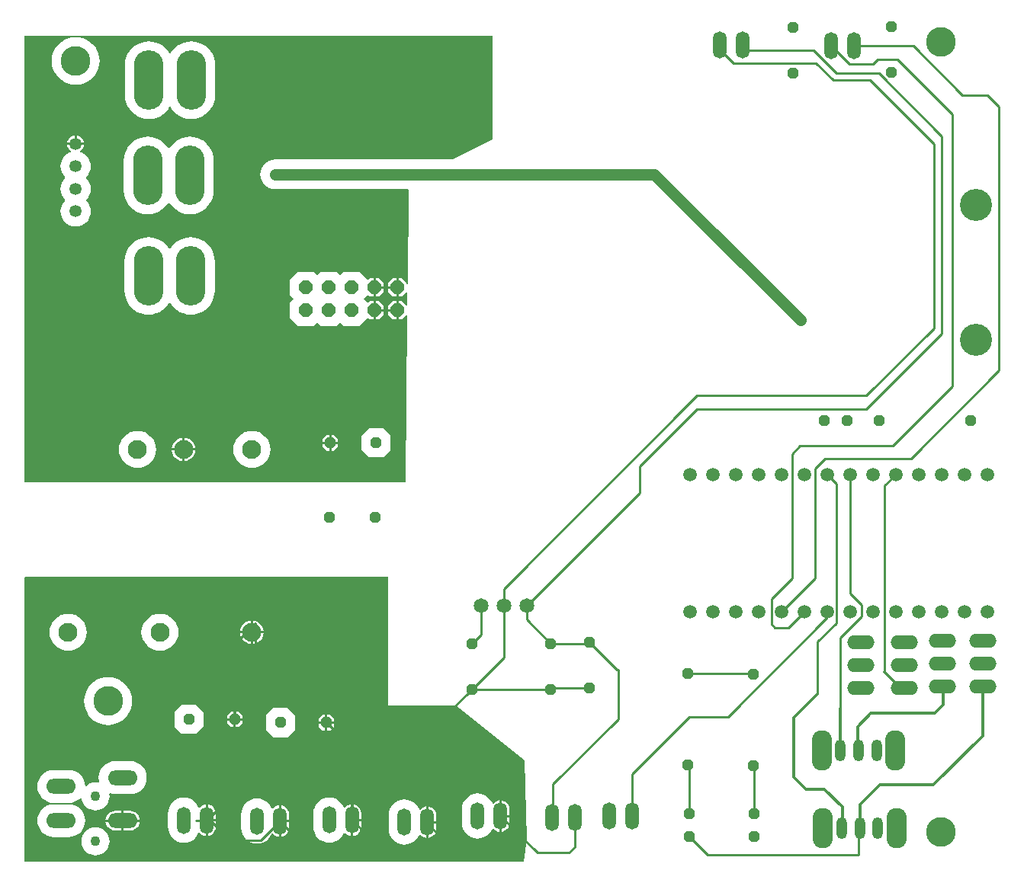
<source format=gbl>
G04 Layer_Physical_Order=2*
G04 Layer_Color=16711680*
%FSLAX25Y25*%
%MOIN*%
G70*
G01*
G75*
%ADD13C,0.01000*%
%ADD14C,0.05000*%
%ADD15C,0.01200*%
%ADD16C,0.06500*%
%ADD17O,0.05905X0.11811*%
%ADD18P,0.05196X8X292.5*%
%ADD19C,0.14000*%
%ADD20C,0.05905*%
%ADD21P,0.05196X8X22.5*%
%ADD22C,0.08268*%
%ADD23C,0.04331*%
%ADD24O,0.12993X0.06497*%
%ADD25O,0.12992X0.25983*%
%ADD26C,0.05315*%
%ADD27O,0.08859X0.17718*%
%ADD28O,0.04725X0.09450*%
%ADD29P,0.06494X8X22.5*%
%ADD30O,0.12000X0.06000*%
%ADD31C,0.12992*%
%ADD32C,0.03762*%
G36*
X308633Y611981D02*
X291255Y603289D01*
X213545D01*
X212283Y603165D01*
X211070Y602797D01*
X209951Y602199D01*
X208971Y601395D01*
X208167Y600415D01*
X207569Y599296D01*
X207201Y598083D01*
X207077Y596821D01*
X207201Y595559D01*
X207569Y594346D01*
X208167Y593227D01*
X208971Y592247D01*
X209951Y591443D01*
X211070Y590845D01*
X212283Y590477D01*
X213545Y590353D01*
X271499D01*
X271851Y589998D01*
X271480Y548829D01*
X270980Y548831D01*
Y549294D01*
X268980Y551294D01*
X267480D01*
Y547294D01*
Y543294D01*
X268980D01*
X270948Y545262D01*
X271447Y545215D01*
X271396Y539497D01*
X270895Y539379D01*
X268980Y541294D01*
X267480D01*
Y537294D01*
Y533294D01*
X268980D01*
X270857Y535171D01*
X271355Y534993D01*
X270698Y462000D01*
X103971D01*
Y657439D01*
X308633D01*
Y611981D01*
D02*
G37*
G36*
X263000Y420703D02*
X263000Y364386D01*
X292591D01*
X322529Y340497D01*
X323633Y306170D01*
X322382Y295971D01*
X103971D01*
Y420417D01*
X104325Y420770D01*
X263000Y420703D01*
D02*
G37*
%LPC*%
G36*
X266480Y546794D02*
X262980D01*
Y545294D01*
X264980Y543294D01*
X266480D01*
Y546794D01*
D02*
G37*
G36*
X260980D02*
X257480D01*
Y543294D01*
X258980D01*
X260980Y545294D01*
Y546794D01*
D02*
G37*
G36*
X266480Y551294D02*
X264980D01*
X262980Y549294D01*
Y547794D01*
X266480D01*
Y551294D01*
D02*
G37*
G36*
X258980D02*
X257480D01*
Y547794D01*
X260980D01*
Y549294D01*
X258980Y551294D01*
D02*
G37*
G36*
X266480Y536794D02*
X262980D01*
Y535294D01*
X264980Y533294D01*
X266480D01*
Y536794D01*
D02*
G37*
G36*
X260980D02*
X257480D01*
Y533294D01*
X258980D01*
X260980Y535294D01*
Y536794D01*
D02*
G37*
G36*
X266480Y541294D02*
X264980D01*
X262980Y539294D01*
Y537794D01*
X266480D01*
Y541294D01*
D02*
G37*
G36*
X258980D02*
X257480D01*
Y537794D01*
X260980D01*
Y539294D01*
X258980Y541294D01*
D02*
G37*
G36*
X126840Y613761D02*
Y610638D01*
X129963D01*
X129903Y611093D01*
X129535Y611982D01*
X128948Y612746D01*
X128184Y613333D01*
X127295Y613701D01*
X126840Y613761D01*
D02*
G37*
G36*
X125840D02*
X125385Y613701D01*
X124496Y613333D01*
X123732Y612746D01*
X123145Y611982D01*
X122777Y611093D01*
X122717Y610638D01*
X125840D01*
Y613761D01*
D02*
G37*
G36*
X176893Y655008D02*
X175256Y654879D01*
X173659Y654496D01*
X172142Y653867D01*
X170742Y653009D01*
X169493Y651943D01*
X168427Y650694D01*
X167891Y649820D01*
X167391D01*
X166855Y650694D01*
X165789Y651943D01*
X164540Y653009D01*
X163140Y653867D01*
X161623Y654496D01*
X160026Y654879D01*
X158389Y655008D01*
X156752Y654879D01*
X155155Y654496D01*
X153638Y653867D01*
X152238Y653009D01*
X150989Y651943D01*
X149923Y650694D01*
X149065Y649294D01*
X148436Y647777D01*
X148053Y646180D01*
X147924Y644543D01*
Y631551D01*
X148053Y629914D01*
X148436Y628317D01*
X149065Y626800D01*
X149923Y625400D01*
X150989Y624151D01*
X152238Y623085D01*
X153638Y622227D01*
X155155Y621598D01*
X156752Y621215D01*
X158389Y621086D01*
X160026Y621215D01*
X161623Y621598D01*
X163140Y622227D01*
X164540Y623085D01*
X165789Y624151D01*
X166855Y625400D01*
X167391Y626274D01*
X167891D01*
X168427Y625400D01*
X169493Y624151D01*
X170742Y623085D01*
X172142Y622227D01*
X173659Y621598D01*
X175256Y621215D01*
X176893Y621086D01*
X178530Y621215D01*
X180127Y621598D01*
X181644Y622227D01*
X183044Y623085D01*
X184293Y624151D01*
X185359Y625400D01*
X186217Y626800D01*
X186846Y628317D01*
X187229Y629914D01*
X187358Y631551D01*
Y644543D01*
X187229Y646180D01*
X186846Y647777D01*
X186217Y649294D01*
X185359Y650694D01*
X184293Y651943D01*
X183044Y653009D01*
X181644Y653867D01*
X180127Y654496D01*
X178530Y654879D01*
X176893Y655008D01*
D02*
G37*
G36*
X126381Y656918D02*
X124744Y656789D01*
X123147Y656406D01*
X121630Y655778D01*
X120230Y654920D01*
X118981Y653853D01*
X117914Y652604D01*
X117056Y651204D01*
X116428Y649687D01*
X116045Y648090D01*
X115916Y646453D01*
X116045Y644816D01*
X116428Y643219D01*
X117056Y641702D01*
X117914Y640302D01*
X118981Y639053D01*
X120230Y637986D01*
X121630Y637128D01*
X123147Y636500D01*
X124744Y636117D01*
X126381Y635988D01*
X128018Y636117D01*
X129615Y636500D01*
X131132Y637128D01*
X132532Y637986D01*
X133781Y639053D01*
X134848Y640302D01*
X135706Y641702D01*
X136334Y643219D01*
X136717Y644816D01*
X136846Y646453D01*
X136717Y648090D01*
X136334Y649687D01*
X135706Y651204D01*
X134848Y652604D01*
X133781Y653853D01*
X132532Y654920D01*
X131132Y655778D01*
X129615Y656406D01*
X128018Y656789D01*
X126381Y656918D01*
D02*
G37*
G36*
X176717Y569375D02*
X175080Y569246D01*
X173483Y568863D01*
X171966Y568234D01*
X170566Y567376D01*
X169317Y566310D01*
X168251Y565061D01*
X167715Y564187D01*
X167215D01*
X166679Y565061D01*
X165613Y566310D01*
X164364Y567376D01*
X162964Y568234D01*
X161447Y568863D01*
X159850Y569246D01*
X158213Y569375D01*
X156576Y569246D01*
X154979Y568863D01*
X153462Y568234D01*
X152062Y567376D01*
X150813Y566310D01*
X149747Y565061D01*
X148889Y563661D01*
X148260Y562144D01*
X147877Y560547D01*
X147748Y558910D01*
Y545918D01*
X147877Y544281D01*
X148260Y542684D01*
X148889Y541167D01*
X149747Y539767D01*
X150813Y538518D01*
X152062Y537452D01*
X153462Y536594D01*
X154979Y535965D01*
X156576Y535582D01*
X158213Y535453D01*
X159850Y535582D01*
X161447Y535965D01*
X162964Y536594D01*
X164364Y537452D01*
X165613Y538518D01*
X166679Y539767D01*
X167215Y540641D01*
X167715D01*
X168251Y539767D01*
X169317Y538518D01*
X170566Y537452D01*
X171966Y536594D01*
X173483Y535965D01*
X175080Y535582D01*
X176717Y535453D01*
X178354Y535582D01*
X179951Y535965D01*
X181468Y536594D01*
X182868Y537452D01*
X184117Y538518D01*
X185183Y539767D01*
X186041Y541167D01*
X186670Y542684D01*
X187053Y544281D01*
X187182Y545918D01*
Y558910D01*
X187053Y560547D01*
X186670Y562144D01*
X186041Y563661D01*
X185183Y565061D01*
X184117Y566310D01*
X182868Y567376D01*
X181468Y568234D01*
X179951Y568863D01*
X178354Y569246D01*
X176717Y569375D01*
D02*
G37*
G36*
X250448Y554231D02*
X243512D01*
X241980Y552700D01*
X240448Y554231D01*
X233511D01*
X231980Y552700D01*
X230449Y554231D01*
X223512D01*
X220043Y550763D01*
Y543825D01*
X221574Y542294D01*
X220043Y540763D01*
Y533825D01*
X223512Y530357D01*
X230449D01*
X231980Y531888D01*
X233511Y530357D01*
X240448D01*
X241980Y531888D01*
X243512Y530357D01*
X250448D01*
X253829Y533738D01*
X254395Y533879D01*
X254980Y533294D01*
X256480D01*
Y537294D01*
Y541294D01*
X254980D01*
X254395Y540709D01*
X253829Y540850D01*
X252385Y542294D01*
X253829Y543738D01*
X254395Y543879D01*
X254980Y543294D01*
X256480D01*
Y547294D01*
Y551294D01*
X254980D01*
X254395Y550709D01*
X253829Y550850D01*
X250448Y554231D01*
D02*
G37*
G36*
X176339Y613273D02*
X174702Y613144D01*
X173105Y612761D01*
X171588Y612132D01*
X170188Y611274D01*
X168939Y610208D01*
X167873Y608959D01*
X167337Y608085D01*
X166837D01*
X166301Y608959D01*
X165235Y610208D01*
X163986Y611274D01*
X162586Y612132D01*
X161069Y612761D01*
X159472Y613144D01*
X157835Y613273D01*
X156198Y613144D01*
X154601Y612761D01*
X153084Y612132D01*
X151684Y611274D01*
X150435Y610208D01*
X149369Y608959D01*
X148511Y607559D01*
X147882Y606042D01*
X147499Y604445D01*
X147370Y602808D01*
Y589816D01*
X147499Y588179D01*
X147882Y586582D01*
X148511Y585065D01*
X149369Y583665D01*
X150435Y582416D01*
X151684Y581350D01*
X153084Y580492D01*
X154601Y579863D01*
X156198Y579480D01*
X157835Y579351D01*
X159472Y579480D01*
X161069Y579863D01*
X162586Y580492D01*
X163986Y581350D01*
X165235Y582416D01*
X166301Y583665D01*
X166837Y584539D01*
X167337D01*
X167873Y583665D01*
X168939Y582416D01*
X170188Y581350D01*
X171588Y580492D01*
X173105Y579863D01*
X174702Y579480D01*
X176339Y579351D01*
X177976Y579480D01*
X179573Y579863D01*
X181090Y580492D01*
X182490Y581350D01*
X183739Y582416D01*
X184805Y583665D01*
X185663Y585065D01*
X186292Y586582D01*
X186675Y588179D01*
X186804Y589816D01*
Y602808D01*
X186675Y604445D01*
X186292Y606042D01*
X185663Y607559D01*
X184805Y608959D01*
X183739Y610208D01*
X182490Y611274D01*
X181090Y612132D01*
X179573Y612761D01*
X177976Y613144D01*
X176339Y613273D01*
D02*
G37*
G36*
X129963Y609638D02*
X126340D01*
X122717D01*
X122777Y609183D01*
X123145Y608294D01*
X123732Y607530D01*
X124304Y607091D01*
X124213Y606541D01*
X123804Y606417D01*
X122659Y605804D01*
X121655Y604980D01*
X120831Y603976D01*
X120218Y602831D01*
X119841Y601588D01*
X119714Y600295D01*
X119841Y599002D01*
X120218Y597759D01*
X120831Y596614D01*
X121569Y595715D01*
X121619Y595374D01*
X121569Y595033D01*
X120831Y594134D01*
X120218Y592989D01*
X119841Y591746D01*
X119714Y590453D01*
X119841Y589160D01*
X120218Y587917D01*
X120831Y586772D01*
X121569Y585872D01*
X121619Y585532D01*
X121569Y585191D01*
X120831Y584291D01*
X120218Y583146D01*
X119841Y581903D01*
X119714Y580610D01*
X119841Y579317D01*
X120218Y578074D01*
X120831Y576929D01*
X121655Y575925D01*
X122659Y575101D01*
X123804Y574488D01*
X125047Y574111D01*
X126340Y573984D01*
X127633Y574111D01*
X128876Y574488D01*
X130021Y575101D01*
X131025Y575925D01*
X131850Y576929D01*
X132462Y578074D01*
X132839Y579317D01*
X132966Y580610D01*
X132839Y581903D01*
X132462Y583146D01*
X131850Y584291D01*
X131111Y585191D01*
X131061Y585532D01*
X131111Y585872D01*
X131850Y586772D01*
X132462Y587917D01*
X132839Y589160D01*
X132966Y590453D01*
X132839Y591746D01*
X132462Y592989D01*
X131850Y594134D01*
X131112Y595033D01*
X131061Y595374D01*
X131112Y595715D01*
X131850Y596614D01*
X132462Y597759D01*
X132839Y599002D01*
X132966Y600295D01*
X132839Y601588D01*
X132462Y602831D01*
X131850Y603976D01*
X131025Y604980D01*
X130021Y605804D01*
X128876Y606417D01*
X128467Y606541D01*
X128376Y607091D01*
X128948Y607530D01*
X129535Y608294D01*
X129903Y609183D01*
X129963Y609638D01*
D02*
G37*
G36*
X239343Y482701D02*
X238143D01*
Y479801D01*
X241043D01*
Y481001D01*
X239343Y482701D01*
D02*
G37*
G36*
X203398Y484575D02*
X201816Y484419D01*
X200294Y483958D01*
X198892Y483208D01*
X197663Y482200D01*
X196655Y480971D01*
X195905Y479569D01*
X195444Y478047D01*
X195288Y476465D01*
X195444Y474883D01*
X195905Y473361D01*
X196655Y471959D01*
X197663Y470730D01*
X198892Y469722D01*
X200294Y468972D01*
X201816Y468511D01*
X203398Y468355D01*
X204980Y468511D01*
X206502Y468972D01*
X207904Y469722D01*
X209133Y470730D01*
X210141Y471959D01*
X210891Y473361D01*
X211352Y474883D01*
X211508Y476465D01*
X211352Y478047D01*
X210891Y479569D01*
X210141Y480971D01*
X209133Y482200D01*
X207904Y483208D01*
X206502Y483958D01*
X204980Y484419D01*
X203398Y484575D01*
D02*
G37*
G36*
X153398D02*
X151816Y484419D01*
X150294Y483958D01*
X148892Y483208D01*
X147663Y482200D01*
X146655Y480971D01*
X145905Y479569D01*
X145444Y478047D01*
X145288Y476465D01*
X145444Y474883D01*
X145905Y473361D01*
X146655Y471959D01*
X147663Y470730D01*
X148892Y469722D01*
X150294Y468972D01*
X151816Y468511D01*
X153398Y468355D01*
X154980Y468511D01*
X156502Y468972D01*
X157904Y469722D01*
X159133Y470730D01*
X160141Y471959D01*
X160891Y473361D01*
X161352Y474883D01*
X161508Y476465D01*
X161352Y478047D01*
X160891Y479569D01*
X160141Y480971D01*
X159133Y482200D01*
X157904Y483208D01*
X156502Y483958D01*
X154980Y484419D01*
X153398Y484575D01*
D02*
G37*
G36*
X172977Y481577D02*
X172137Y481467D01*
X170888Y480949D01*
X169815Y480127D01*
X168992Y479054D01*
X168475Y477805D01*
X168365Y476965D01*
X172977D01*
Y481577D01*
D02*
G37*
G36*
X241043Y478801D02*
X238143D01*
Y475901D01*
X239343D01*
X241043Y477601D01*
Y478801D01*
D02*
G37*
G36*
X237143Y482701D02*
X235943D01*
X234243Y481001D01*
Y479801D01*
X237143D01*
Y482701D01*
D02*
G37*
G36*
X173977Y481577D02*
Y476965D01*
X178589D01*
X178479Y477805D01*
X177962Y479054D01*
X177139Y480127D01*
X176066Y480949D01*
X174817Y481467D01*
X173977Y481577D01*
D02*
G37*
G36*
X178589Y475965D02*
X173977D01*
Y471352D01*
X174817Y471463D01*
X176066Y471980D01*
X177139Y472803D01*
X177962Y473876D01*
X178479Y475125D01*
X178589Y475965D01*
D02*
G37*
G36*
X172977D02*
X168365D01*
X168475Y475125D01*
X168992Y473876D01*
X169815Y472803D01*
X170888Y471980D01*
X172137Y471463D01*
X172977Y471352D01*
Y475965D01*
D02*
G37*
G36*
X237143Y478801D02*
X234243D01*
Y477601D01*
X235943Y475901D01*
X237143D01*
Y478801D01*
D02*
G37*
G36*
X260811Y485638D02*
X254474D01*
X251306Y482470D01*
Y476132D01*
X254474Y472964D01*
X260811D01*
X263980Y476132D01*
Y482470D01*
X260811Y485638D01*
D02*
G37*
G36*
X150141Y340147D02*
X143645D01*
X142236Y340008D01*
X140882Y339597D01*
X139634Y338930D01*
X138539Y338032D01*
X137642Y336938D01*
X136974Y335690D01*
X136563Y334336D01*
X136425Y332927D01*
X136563Y331518D01*
X136720Y331001D01*
X136367Y330647D01*
X136278Y330674D01*
X135082Y330792D01*
X133886Y330674D01*
X132735Y330325D01*
X131675Y329759D01*
X131065Y329258D01*
X130542Y329475D01*
X130450Y330399D01*
X130040Y331753D01*
X129373Y333001D01*
X128475Y334095D01*
X127381Y334993D01*
X126132Y335660D01*
X124778Y336071D01*
X123369Y336210D01*
X116873D01*
X115464Y336071D01*
X114110Y335660D01*
X112862Y334993D01*
X111767Y334095D01*
X110870Y333001D01*
X110202Y331753D01*
X109792Y330399D01*
X109653Y328990D01*
X109792Y327581D01*
X110202Y326227D01*
X110870Y324979D01*
X111767Y323885D01*
X112862Y322987D01*
X114110Y322320D01*
X115464Y321909D01*
X116873Y321770D01*
X123369D01*
X124778Y321909D01*
X126132Y322320D01*
X127381Y322987D01*
X128475Y323885D01*
X128553Y323980D01*
X129031Y323835D01*
X129068Y323464D01*
X129417Y322313D01*
X129983Y321253D01*
X130746Y320324D01*
X131675Y319561D01*
X132735Y318995D01*
X133886Y318646D01*
X135082Y318528D01*
X136278Y318646D01*
X137429Y318995D01*
X138489Y319561D01*
X139418Y320324D01*
X140181Y321253D01*
X140747Y322313D01*
X141096Y323464D01*
X141214Y324660D01*
X141115Y325663D01*
X141507Y326067D01*
X142236Y325846D01*
X143645Y325707D01*
X150141D01*
X151550Y325846D01*
X152904Y326257D01*
X154153Y326924D01*
X155247Y327822D01*
X156144Y328916D01*
X156812Y330164D01*
X157223Y331518D01*
X157361Y332927D01*
X157223Y334336D01*
X156812Y335690D01*
X156144Y336938D01*
X155247Y338032D01*
X154153Y338930D01*
X152904Y339597D01*
X151550Y340008D01*
X150141Y340147D01*
D02*
G37*
G36*
X219089Y363269D02*
X212752D01*
X209583Y360101D01*
Y353764D01*
X212752Y350595D01*
X219089D01*
X222257Y353764D01*
Y360101D01*
X219089Y363269D01*
D02*
G37*
G36*
X179045Y364727D02*
X172708D01*
X169540Y361559D01*
Y355222D01*
X172708Y352053D01*
X179045D01*
X182214Y355222D01*
Y361559D01*
X179045Y364727D01*
D02*
G37*
G36*
X312580Y322942D02*
Y316568D01*
X316067D01*
Y319021D01*
X315931Y320053D01*
X315533Y321014D01*
X314899Y321840D01*
X314073Y322474D01*
X313112Y322872D01*
X312580Y322942D01*
D02*
G37*
G36*
X150141Y318315D02*
X147393D01*
Y314530D01*
X154360D01*
X154280Y315139D01*
X153852Y316173D01*
X153171Y317060D01*
X152284Y317741D01*
X151250Y318169D01*
X150141Y318315D01*
D02*
G37*
G36*
X146393D02*
X143645D01*
X142536Y318169D01*
X141502Y317741D01*
X140615Y317060D01*
X139934Y316173D01*
X139506Y315139D01*
X139426Y314530D01*
X146393D01*
Y318315D01*
D02*
G37*
G36*
X247703Y321179D02*
Y314805D01*
X251190D01*
Y317258D01*
X251054Y318290D01*
X250656Y319251D01*
X250022Y320077D01*
X249196Y320710D01*
X248235Y321109D01*
X247703Y321179D01*
D02*
G37*
G36*
X184174Y321134D02*
Y314760D01*
X187661D01*
Y317213D01*
X187525Y318245D01*
X187127Y319206D01*
X186493Y320032D01*
X185667Y320666D01*
X184706Y321064D01*
X184174Y321134D01*
D02*
G37*
G36*
X235420Y360332D02*
X234220D01*
X232520Y358632D01*
Y357432D01*
X235420D01*
Y360332D01*
D02*
G37*
G36*
X140520Y376824D02*
X138883Y376695D01*
X137286Y376312D01*
X135769Y375684D01*
X134369Y374826D01*
X133120Y373759D01*
X132053Y372510D01*
X131195Y371110D01*
X130567Y369593D01*
X130184Y367996D01*
X130055Y366359D01*
X130184Y364722D01*
X130567Y363125D01*
X131195Y361608D01*
X132053Y360208D01*
X133120Y358959D01*
X134369Y357892D01*
X135769Y357034D01*
X137286Y356406D01*
X138883Y356023D01*
X140520Y355894D01*
X142157Y356023D01*
X143754Y356406D01*
X145271Y357034D01*
X146671Y357892D01*
X147920Y358959D01*
X148987Y360208D01*
X149845Y361608D01*
X150473Y363125D01*
X150856Y364722D01*
X150985Y366359D01*
X150856Y367996D01*
X150473Y369593D01*
X149845Y371110D01*
X148987Y372510D01*
X147920Y373759D01*
X146671Y374826D01*
X145271Y375684D01*
X143754Y376312D01*
X142157Y376695D01*
X140520Y376824D01*
D02*
G37*
G36*
X195377Y361790D02*
X194177D01*
X192477Y360090D01*
Y358890D01*
X195377D01*
Y361790D01*
D02*
G37*
G36*
X237620Y360332D02*
X236420D01*
Y357432D01*
X239320D01*
Y358632D01*
X237620Y360332D01*
D02*
G37*
G36*
X239320Y356432D02*
X236420D01*
Y353532D01*
X237620D01*
X239320Y355232D01*
Y356432D01*
D02*
G37*
G36*
X235420D02*
X232520D01*
Y355232D01*
X234220Y353532D01*
X235420D01*
Y356432D01*
D02*
G37*
G36*
X199277Y357890D02*
X196377D01*
Y354990D01*
X197577D01*
X199277Y356690D01*
Y357890D01*
D02*
G37*
G36*
X195377D02*
X192477D01*
Y356690D01*
X194177Y354990D01*
X195377D01*
Y357890D01*
D02*
G37*
G36*
X219638Y313361D02*
X216151D01*
Y306987D01*
X216683Y307057D01*
X217644Y307455D01*
X218470Y308089D01*
X219104Y308915D01*
X219502Y309876D01*
X219638Y310908D01*
Y313361D01*
D02*
G37*
G36*
X205651Y323737D02*
X204300Y323604D01*
X203002Y323210D01*
X201805Y322570D01*
X200756Y321709D01*
X199895Y320660D01*
X199255Y319463D01*
X198861Y318164D01*
X198728Y316814D01*
Y310908D01*
X198861Y309558D01*
X199255Y308259D01*
X199895Y307062D01*
X200756Y306013D01*
X201805Y305152D01*
X203002Y304512D01*
X204300Y304118D01*
X205651Y303985D01*
X207002Y304118D01*
X208300Y304512D01*
X209497Y305152D01*
X210546Y306013D01*
X211407Y307062D01*
X212047Y308259D01*
X212074Y308347D01*
X212566Y308436D01*
X212832Y308089D01*
X213658Y307455D01*
X214619Y307057D01*
X215151Y306987D01*
Y313861D01*
Y320735D01*
X214619Y320665D01*
X213658Y320267D01*
X212832Y319633D01*
X212566Y319286D01*
X212074Y319375D01*
X212047Y319463D01*
X211407Y320660D01*
X210546Y321709D01*
X209497Y322570D01*
X208300Y323210D01*
X207002Y323604D01*
X205651Y323737D01*
D02*
G37*
G36*
X187661Y313760D02*
X184174D01*
Y307386D01*
X184706Y307456D01*
X185667Y307855D01*
X186493Y308488D01*
X187127Y309314D01*
X187525Y310275D01*
X187661Y311307D01*
Y313760D01*
D02*
G37*
G36*
X173674Y324136D02*
X172323Y324003D01*
X171025Y323609D01*
X169828Y322969D01*
X168779Y322108D01*
X167918Y321059D01*
X167278Y319862D01*
X166884Y318563D01*
X166751Y317213D01*
Y311307D01*
X166884Y309957D01*
X167278Y308658D01*
X167918Y307461D01*
X168779Y306412D01*
X169828Y305551D01*
X171025Y304911D01*
X172323Y304517D01*
X173674Y304384D01*
X175025Y304517D01*
X176323Y304911D01*
X177520Y305551D01*
X178569Y306412D01*
X179430Y307461D01*
X180070Y308658D01*
X180097Y308746D01*
X180589Y308835D01*
X180855Y308488D01*
X181681Y307855D01*
X182642Y307456D01*
X183174Y307386D01*
Y314260D01*
Y321134D01*
X182642Y321064D01*
X181681Y320666D01*
X180855Y320032D01*
X180589Y319685D01*
X180097Y319774D01*
X180070Y319862D01*
X179430Y321059D01*
X178569Y322108D01*
X177520Y322969D01*
X176323Y323609D01*
X175025Y324003D01*
X173674Y324136D01*
D02*
G37*
G36*
X270085Y323294D02*
X268734Y323161D01*
X267436Y322767D01*
X266239Y322127D01*
X265190Y321266D01*
X264329Y320217D01*
X263689Y319020D01*
X263295Y317721D01*
X263162Y316371D01*
Y310465D01*
X263295Y309115D01*
X263689Y307816D01*
X264329Y306619D01*
X265190Y305570D01*
X266239Y304709D01*
X267436Y304069D01*
X268734Y303675D01*
X270085Y303542D01*
X271436Y303675D01*
X272734Y304069D01*
X273931Y304709D01*
X274980Y305570D01*
X275841Y306619D01*
X276481Y307816D01*
X276508Y307904D01*
X277000Y307993D01*
X277266Y307646D01*
X278092Y307013D01*
X279053Y306614D01*
X279585Y306544D01*
Y313418D01*
Y320292D01*
X279053Y320222D01*
X278092Y319824D01*
X277266Y319190D01*
X277000Y318843D01*
X276508Y318932D01*
X276481Y319020D01*
X275841Y320217D01*
X274980Y321266D01*
X273931Y322127D01*
X272734Y322767D01*
X271436Y323161D01*
X270085Y323294D01*
D02*
G37*
G36*
X135082Y311107D02*
X133886Y310989D01*
X132735Y310640D01*
X131675Y310074D01*
X130746Y309311D01*
X129983Y308382D01*
X129417Y307322D01*
X129068Y306171D01*
X128950Y304975D01*
X129068Y303779D01*
X129417Y302628D01*
X129983Y301568D01*
X130746Y300639D01*
X131675Y299876D01*
X132735Y299310D01*
X133886Y298961D01*
X135082Y298843D01*
X136278Y298961D01*
X137429Y299310D01*
X138489Y299876D01*
X139418Y300639D01*
X140181Y301568D01*
X140747Y302628D01*
X141096Y303779D01*
X141214Y304975D01*
X141096Y306171D01*
X140747Y307322D01*
X140181Y308382D01*
X139418Y309311D01*
X138489Y310074D01*
X137429Y310640D01*
X136278Y310989D01*
X135082Y311107D01*
D02*
G37*
G36*
X123369Y321250D02*
X116873D01*
X115464Y321111D01*
X114110Y320700D01*
X112862Y320033D01*
X111767Y319135D01*
X110870Y318041D01*
X110202Y316793D01*
X109792Y315439D01*
X109653Y314030D01*
X109792Y312621D01*
X110202Y311267D01*
X110870Y310019D01*
X111767Y308925D01*
X112862Y308027D01*
X114110Y307360D01*
X115464Y306949D01*
X116873Y306810D01*
X123369D01*
X124778Y306949D01*
X126132Y307360D01*
X127381Y308027D01*
X128475Y308925D01*
X129373Y310019D01*
X130040Y311267D01*
X130450Y312621D01*
X130589Y314030D01*
X130450Y315439D01*
X130040Y316793D01*
X129373Y318041D01*
X128475Y319135D01*
X127381Y320033D01*
X126132Y320700D01*
X124778Y321111D01*
X123369Y321250D01*
D02*
G37*
G36*
X284072Y312918D02*
X280585D01*
Y306544D01*
X281117Y306614D01*
X282078Y307013D01*
X282904Y307646D01*
X283538Y308472D01*
X283936Y309433D01*
X284072Y310465D01*
Y312918D01*
D02*
G37*
G36*
X154360Y313530D02*
X147393D01*
Y309745D01*
X150141D01*
X151250Y309891D01*
X152284Y310319D01*
X153171Y311000D01*
X153852Y311888D01*
X154280Y312921D01*
X154360Y313530D01*
D02*
G37*
G36*
X146393D02*
X139426D01*
X139506Y312921D01*
X139934Y311888D01*
X140615Y311000D01*
X141502Y310319D01*
X142536Y309891D01*
X143645Y309745D01*
X146393D01*
Y313530D01*
D02*
G37*
G36*
X216151Y320735D02*
Y314361D01*
X219638D01*
Y316814D01*
X219502Y317846D01*
X219104Y318807D01*
X218470Y319633D01*
X217644Y320267D01*
X216683Y320665D01*
X216151Y320735D01*
D02*
G37*
G36*
X280585Y320292D02*
Y313918D01*
X284072D01*
Y316371D01*
X283936Y317403D01*
X283538Y318364D01*
X282904Y319190D01*
X282078Y319824D01*
X281117Y320222D01*
X280585Y320292D01*
D02*
G37*
G36*
X251190Y313805D02*
X247703D01*
Y307431D01*
X248235Y307501D01*
X249196Y307899D01*
X250022Y308533D01*
X250656Y309359D01*
X251054Y310320D01*
X251190Y311352D01*
Y313805D01*
D02*
G37*
G36*
X237203Y324181D02*
X235852Y324048D01*
X234554Y323654D01*
X233357Y323014D01*
X232308Y322153D01*
X231447Y321104D01*
X230807Y319907D01*
X230413Y318608D01*
X230280Y317258D01*
Y311352D01*
X230413Y310002D01*
X230807Y308703D01*
X231447Y307506D01*
X232308Y306457D01*
X233357Y305596D01*
X234554Y304956D01*
X235852Y304562D01*
X237203Y304429D01*
X238554Y304562D01*
X239852Y304956D01*
X241049Y305596D01*
X242098Y306457D01*
X242959Y307506D01*
X243599Y308703D01*
X243626Y308791D01*
X244118Y308880D01*
X244384Y308533D01*
X245210Y307899D01*
X246171Y307501D01*
X246703Y307431D01*
Y314305D01*
Y321179D01*
X246171Y321109D01*
X245210Y320710D01*
X244384Y320077D01*
X244118Y319730D01*
X243626Y319819D01*
X243599Y319907D01*
X242959Y321104D01*
X242098Y322153D01*
X241049Y323014D01*
X239852Y323654D01*
X238554Y324048D01*
X237203Y324181D01*
D02*
G37*
G36*
X316067Y315568D02*
X312580D01*
Y309194D01*
X313112Y309264D01*
X314073Y309663D01*
X314899Y310296D01*
X315533Y311122D01*
X315931Y312083D01*
X316067Y313115D01*
Y315568D01*
D02*
G37*
G36*
X302080Y325944D02*
X300729Y325811D01*
X299431Y325417D01*
X298234Y324777D01*
X297185Y323916D01*
X296324Y322867D01*
X295684Y321670D01*
X295290Y320371D01*
X295157Y319021D01*
Y313115D01*
X295290Y311765D01*
X295684Y310466D01*
X296324Y309269D01*
X297185Y308220D01*
X298234Y307359D01*
X299431Y306719D01*
X300729Y306325D01*
X302080Y306192D01*
X303431Y306325D01*
X304729Y306719D01*
X305926Y307359D01*
X306975Y308220D01*
X307836Y309269D01*
X308476Y310466D01*
X308503Y310554D01*
X308995Y310643D01*
X309261Y310296D01*
X310087Y309663D01*
X311048Y309264D01*
X311580Y309194D01*
Y316068D01*
Y322942D01*
X311048Y322872D01*
X310087Y322474D01*
X309261Y321840D01*
X308995Y321493D01*
X308503Y321582D01*
X308476Y321670D01*
X307836Y322867D01*
X306975Y323916D01*
X305926Y324777D01*
X304729Y325417D01*
X303431Y325811D01*
X302080Y325944D01*
D02*
G37*
G36*
X197577Y361790D02*
X196377D01*
Y358890D01*
X199277D01*
Y360090D01*
X197577Y361790D01*
D02*
G37*
G36*
X203898Y401578D02*
Y396965D01*
X208510D01*
X208400Y397805D01*
X207882Y399054D01*
X207060Y400127D01*
X205987Y400949D01*
X204738Y401467D01*
X203898Y401578D01*
D02*
G37*
G36*
X202898D02*
X202058Y401467D01*
X200809Y400949D01*
X199736Y400127D01*
X198914Y399054D01*
X198396Y397805D01*
X198285Y396965D01*
X202898D01*
Y401578D01*
D02*
G37*
G36*
X163241Y404575D02*
X161659Y404419D01*
X160137Y403958D01*
X158735Y403208D01*
X157506Y402200D01*
X156498Y400971D01*
X155748Y399569D01*
X155287Y398047D01*
X155131Y396465D01*
X155287Y394883D01*
X155748Y393361D01*
X156498Y391959D01*
X157506Y390730D01*
X158735Y389722D01*
X160137Y388972D01*
X161659Y388511D01*
X163241Y388355D01*
X164823Y388511D01*
X166345Y388972D01*
X167747Y389722D01*
X168976Y390730D01*
X169984Y391959D01*
X170734Y393361D01*
X171195Y394883D01*
X171351Y396465D01*
X171195Y398047D01*
X170734Y399569D01*
X169984Y400971D01*
X168976Y402200D01*
X167747Y403208D01*
X166345Y403958D01*
X164823Y404419D01*
X163241Y404575D01*
D02*
G37*
G36*
X123083D02*
X121501Y404419D01*
X119979Y403958D01*
X118577Y403208D01*
X117348Y402200D01*
X116340Y400971D01*
X115590Y399569D01*
X115129Y398047D01*
X114973Y396465D01*
X115129Y394883D01*
X115590Y393361D01*
X116340Y391959D01*
X117348Y390730D01*
X118577Y389722D01*
X119979Y388972D01*
X121501Y388511D01*
X123083Y388355D01*
X124665Y388511D01*
X126187Y388972D01*
X127589Y389722D01*
X128818Y390730D01*
X129826Y391959D01*
X130576Y393361D01*
X131037Y394883D01*
X131193Y396465D01*
X131037Y398047D01*
X130576Y399569D01*
X129826Y400971D01*
X128818Y402200D01*
X127589Y403208D01*
X126187Y403958D01*
X124665Y404419D01*
X123083Y404575D01*
D02*
G37*
G36*
X208510Y395965D02*
X203898D01*
Y391353D01*
X204738Y391463D01*
X205987Y391981D01*
X207060Y392803D01*
X207882Y393876D01*
X208400Y395125D01*
X208510Y395965D01*
D02*
G37*
G36*
X202898D02*
X198285D01*
X198396Y395125D01*
X198914Y393876D01*
X199736Y392803D01*
X200809Y391981D01*
X202058Y391463D01*
X202898Y391353D01*
Y395965D01*
D02*
G37*
%LPD*%
D13*
X226248Y302836D02*
Y303264D01*
X215651Y313861D02*
X226248Y303264D01*
X194000Y305500D02*
X207290D01*
X189500D02*
X194000D01*
X207290D02*
X215651Y313861D01*
X179114Y314030D02*
X180970D01*
X146893D02*
X165220D01*
X185240Y314260D02*
X194000Y305500D01*
X183674Y314260D02*
X185240D01*
X183674D02*
X205000Y335586D01*
X195877Y358390D02*
Y391377D01*
X313500Y408000D02*
Y415500D01*
X398000Y500000D01*
X472000D01*
X501500Y529500D01*
Y610000D01*
X398000Y494000D02*
X472000D01*
X505000Y527000D01*
X473500Y638000D02*
X501500Y610000D01*
X457500Y638000D02*
X473500D01*
X450000Y645500D02*
X457500Y638000D01*
X414000Y645500D02*
X450000D01*
X408000Y651500D02*
X414000Y645500D01*
X408000Y651500D02*
Y653500D01*
X373000Y457500D02*
Y469000D01*
X323500Y408000D02*
X373000Y457500D01*
Y469000D02*
X398000Y494000D01*
X505000Y527000D02*
Y613500D01*
X443000Y478000D02*
X483500D01*
X509500Y504000D01*
X477500Y641000D02*
X505000Y613500D01*
X459000Y641000D02*
X477500D01*
X449000Y651000D02*
X459000Y641000D01*
X420500Y651000D02*
X449000D01*
X418000Y653500D02*
X420500Y651000D01*
X475000Y645000D02*
X477000Y647000D01*
X464500Y645000D02*
X475000D01*
X456500Y653000D02*
X464500Y645000D01*
X438000Y398500D02*
X445000Y405500D01*
X432000Y398500D02*
X438000D01*
X430500Y400000D02*
X432000Y398500D01*
X430500Y400000D02*
Y411000D01*
X439500Y420000D01*
Y474500D01*
X443000Y478000D01*
X509500Y504000D02*
Y623000D01*
X454000Y472500D02*
X491500D01*
X530000Y511000D01*
X485500Y647000D02*
X509500Y623000D01*
X477000Y647000D02*
X485500D01*
X449500Y468000D02*
X454000Y472500D01*
X449500Y420000D02*
Y468000D01*
X435000Y405500D02*
X449500Y420000D01*
X530000Y511000D02*
Y626500D01*
X525000Y631500D02*
X530000Y626500D01*
X514000Y631500D02*
X525000D01*
X492500Y653000D02*
X514000Y631500D01*
X466500Y653000D02*
X492500D01*
X480136Y460636D02*
X485000Y465500D01*
X480136Y379000D02*
Y460636D01*
X455000Y465500D02*
X459053Y461447D01*
Y400553D02*
Y461447D01*
X450777Y392277D02*
X459053Y400553D01*
X450777Y369347D02*
Y392277D01*
X460758Y394258D02*
X470000Y403500D01*
X460758Y362939D02*
Y394258D01*
X455000Y403000D02*
Y405500D01*
X411500Y359500D02*
X455000Y403000D01*
X394500Y359500D02*
X411500D01*
X470000Y403500D02*
Y408500D01*
X465000Y413500D02*
X470000Y408500D01*
X465000Y413500D02*
Y465500D01*
X422000Y378500D02*
X422500Y378000D01*
X394000Y378500D02*
X422000D01*
X369500Y334500D02*
X394500Y359500D01*
X369500Y316000D02*
Y334500D01*
X468500Y309955D02*
X469230Y310685D01*
X468500Y299000D02*
Y309955D01*
X402500Y299000D02*
X468500D01*
X394500Y307000D02*
X402500Y299000D01*
X422500Y338000D02*
X423000Y337500D01*
Y317000D02*
Y337500D01*
X394000Y338500D02*
X394500Y338000D01*
Y317000D02*
Y338000D01*
X312080Y316068D02*
X328148Y300000D01*
X342000D01*
X344500Y302500D01*
Y315500D01*
X334500D02*
X335000Y316000D01*
Y330000D01*
X363500Y358500D01*
Y380000D01*
X363000D02*
X363500D01*
X351000Y392000D02*
X363000Y380000D01*
X235920Y356932D02*
X247203Y345649D01*
Y314305D02*
Y345649D01*
X257942Y303566D02*
X258635D01*
X247203Y314305D02*
X257942Y303566D01*
X290739Y302261D02*
X291004D01*
X281000Y312000D02*
X290739Y302261D01*
X281000Y312000D02*
Y312503D01*
X280085Y313418D02*
X281000Y312503D01*
X280085Y352085D02*
X299500Y371500D01*
X280085Y313418D02*
Y352085D01*
X299500Y371500D02*
X334000D01*
X334500Y372000D02*
X351000D01*
X334000Y371500D02*
X334500Y372000D01*
X350500Y391500D02*
X351000Y392000D01*
X334000Y391500D02*
X350500D01*
X323500Y402000D02*
Y408000D01*
Y402000D02*
X334000Y391500D01*
X313500Y385500D02*
Y408000D01*
X299500Y371500D02*
X313500Y385500D01*
X303500Y395500D02*
Y408000D01*
X299500Y391500D02*
X303500Y395500D01*
X180970Y314030D02*
X182207Y312793D01*
X195877Y391377D02*
X205000Y400500D01*
Y335586D02*
Y400500D01*
D14*
X379438Y596821D02*
X443213Y533046D01*
X213545Y596821D02*
X379438D01*
D15*
X480136Y379000D02*
X486988Y372149D01*
X440373Y358943D02*
X450777Y369347D01*
X440373Y333085D02*
Y358943D01*
Y333085D02*
X445612Y327846D01*
X453801D01*
X461493Y320153D01*
Y310822D02*
Y320153D01*
X461356Y310685D02*
X461493Y310822D01*
X460758Y344704D02*
Y362939D01*
X469230Y310685D02*
Y320953D01*
X478004Y329727D01*
X501386D01*
X522849Y351190D01*
Y372845D01*
X505303Y372678D02*
X505510Y372471D01*
Y364692D02*
Y372471D01*
X501974Y361156D02*
X505510Y364692D01*
X474074Y361156D02*
X501974D01*
X468181Y355263D02*
X474074Y361156D01*
X468181Y345156D02*
Y355263D01*
Y345156D02*
X468632Y344704D01*
X486988Y372149D02*
X488498D01*
D16*
X313500Y408000D02*
D03*
X323500D02*
D03*
X303500D02*
D03*
D17*
X369500Y316000D02*
D03*
X359500D02*
D03*
X344500Y315500D02*
D03*
X334500D02*
D03*
X456500Y653000D02*
D03*
X466500D02*
D03*
X408000Y653500D02*
D03*
X418000D02*
D03*
X183674Y314260D02*
D03*
X173674D02*
D03*
X215651Y313861D02*
D03*
X205651D02*
D03*
X247203Y314305D02*
D03*
X237203D02*
D03*
X280085Y313418D02*
D03*
X270085D02*
D03*
X312080Y316068D02*
D03*
X302080D02*
D03*
D18*
X351000Y372000D02*
D03*
Y392000D02*
D03*
X334000Y371500D02*
D03*
Y391500D02*
D03*
X299500Y371500D02*
D03*
Y391500D02*
D03*
X483000Y641500D02*
D03*
Y661500D02*
D03*
X440000Y641000D02*
D03*
Y661000D02*
D03*
X394000Y378500D02*
D03*
Y338500D02*
D03*
X422500Y378000D02*
D03*
Y338000D02*
D03*
X394500Y307000D02*
D03*
Y317000D02*
D03*
X423000Y307000D02*
D03*
Y317000D02*
D03*
D19*
X520000Y524500D02*
D03*
Y583500D02*
D03*
D20*
X525000Y405500D02*
D03*
X515000D02*
D03*
X505000D02*
D03*
X495000D02*
D03*
X485000D02*
D03*
X475000D02*
D03*
X465000D02*
D03*
X455000D02*
D03*
X445000D02*
D03*
X435000D02*
D03*
X425000D02*
D03*
X415000D02*
D03*
X405000D02*
D03*
X395000D02*
D03*
X525000Y465500D02*
D03*
X515000D02*
D03*
X505000D02*
D03*
X495000D02*
D03*
X485000D02*
D03*
X475000D02*
D03*
X465000D02*
D03*
X455000D02*
D03*
X445000D02*
D03*
X435000D02*
D03*
X425000D02*
D03*
X415000D02*
D03*
X405000D02*
D03*
X395000D02*
D03*
D21*
X195877Y358390D02*
D03*
X175877D02*
D03*
X517500Y489000D02*
D03*
X477500D02*
D03*
X463500D02*
D03*
X453500D02*
D03*
X237364Y446655D02*
D03*
X257364D02*
D03*
X235920Y356932D02*
D03*
X215920D02*
D03*
X237643Y479301D02*
D03*
X257643D02*
D03*
D22*
X123083Y396465D02*
D03*
X163241D02*
D03*
X203398D02*
D03*
X153398Y476465D02*
D03*
X173477D02*
D03*
X203398D02*
D03*
D23*
X135082Y324660D02*
D03*
Y304975D02*
D03*
D24*
X146893Y314030D02*
D03*
Y332927D02*
D03*
X120121Y328990D02*
D03*
Y314030D02*
D03*
D25*
X158389Y638047D02*
D03*
X176893D02*
D03*
X157835Y596312D02*
D03*
X176339D02*
D03*
X158213Y552414D02*
D03*
X176717D02*
D03*
D26*
X126340Y580610D02*
D03*
Y590453D02*
D03*
Y600295D02*
D03*
Y610138D02*
D03*
D27*
X453088Y310685D02*
D03*
X485372D02*
D03*
X452490Y344704D02*
D03*
X484774D02*
D03*
D28*
X461356Y310685D02*
D03*
X469230D02*
D03*
X477104D02*
D03*
X460758Y344704D02*
D03*
X468632D02*
D03*
X476506D02*
D03*
D29*
X266980Y547294D02*
D03*
Y537294D02*
D03*
X256980Y547294D02*
D03*
Y537294D02*
D03*
X246980Y547294D02*
D03*
Y537294D02*
D03*
X236980Y547294D02*
D03*
Y537294D02*
D03*
X226980Y547294D02*
D03*
Y537294D02*
D03*
D30*
X522849Y392845D02*
D03*
Y382845D02*
D03*
Y372845D02*
D03*
X505303Y392678D02*
D03*
Y382678D02*
D03*
Y372678D02*
D03*
X488498Y392149D02*
D03*
Y382149D02*
D03*
Y372149D02*
D03*
X469527Y392140D02*
D03*
Y382140D02*
D03*
Y372140D02*
D03*
D31*
X504761Y309063D02*
D03*
Y654801D02*
D03*
X126381Y646453D02*
D03*
X140520Y366359D02*
D03*
D32*
X291004Y302261D02*
D03*
X258635Y303566D02*
D03*
X226248Y302836D02*
D03*
X443213Y533046D02*
D03*
X213545Y596821D02*
D03*
M02*

</source>
